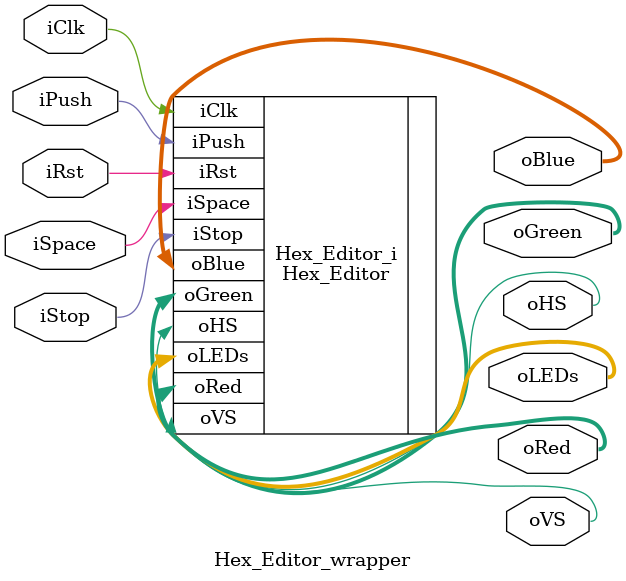
<source format=v>
`timescale 1 ps / 1 ps

module Hex_Editor_wrapper
   (iClk,
    iPush,
    iRst,
    iSpace,
    iStop,
    oBlue,
    oGreen,
    oHS,
    oLEDs,
    oRed,
    oVS);
  input iClk;
  input iPush;
  input iRst;
  input iSpace;
  input iStop;
  output [3:0]oBlue;
  output [3:0]oGreen;
  output oHS;
  output [3:0]oLEDs;
  output [3:0]oRed;
  output oVS;

  wire iClk;
  wire iPush;
  wire iRst;
  wire iSpace;
  wire iStop;
  wire [3:0]oBlue;
  wire [3:0]oGreen;
  wire oHS;
  wire [3:0]oLEDs;
  wire [3:0]oRed;
  wire oVS;

  Hex_Editor Hex_Editor_i
       (.iClk(iClk),
        .iPush(iPush),
        .iRst(iRst),
        .iSpace(iSpace),
        .iStop(iStop),
        .oBlue(oBlue),
        .oGreen(oGreen),
        .oHS(oHS),
        .oLEDs(oLEDs),
        .oRed(oRed),
        .oVS(oVS));
endmodule

</source>
